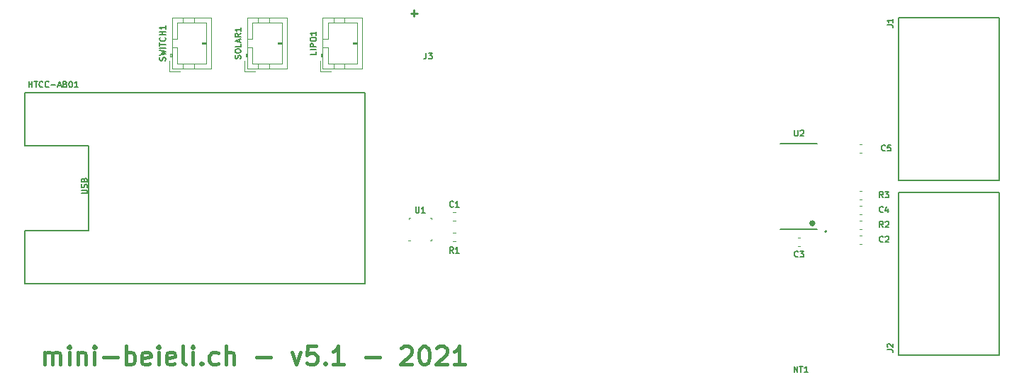
<source format=gto>
G04 #@! TF.GenerationSoftware,KiCad,Pcbnew,5.1.8-5.fc33*
G04 #@! TF.CreationDate,2020-12-26T13:45:39+01:00*
G04 #@! TF.ProjectId,mini-beieli-pcb-cubecell,6d696e69-2d62-4656-9965-6c692d706362,rev?*
G04 #@! TF.SameCoordinates,Original*
G04 #@! TF.FileFunction,Legend,Top*
G04 #@! TF.FilePolarity,Positive*
%FSLAX46Y46*%
G04 Gerber Fmt 4.6, Leading zero omitted, Abs format (unit mm)*
G04 Created by KiCad (PCBNEW 5.1.8-5.fc33) date 2020-12-26 13:45:39*
%MOMM*%
%LPD*%
G01*
G04 APERTURE LIST*
%ADD10C,0.250000*%
%ADD11C,0.400000*%
%ADD12C,0.120000*%
%ADD13C,0.127000*%
%ADD14C,0.100000*%
%ADD15C,0.200000*%
%ADD16C,0.300000*%
%ADD17C,0.150000*%
%ADD18C,0.152400*%
G04 APERTURE END LIST*
D10*
X86719047Y-36426428D02*
X87480952Y-36426428D01*
X87100000Y-36807380D02*
X87100000Y-36045476D01*
D11*
X42961904Y-78465238D02*
X42961904Y-76998571D01*
X42961904Y-77208095D02*
X43066666Y-77103333D01*
X43276190Y-76998571D01*
X43590476Y-76998571D01*
X43800000Y-77103333D01*
X43904761Y-77312857D01*
X43904761Y-78465238D01*
X43904761Y-77312857D02*
X44009523Y-77103333D01*
X44219047Y-76998571D01*
X44533333Y-76998571D01*
X44742857Y-77103333D01*
X44847619Y-77312857D01*
X44847619Y-78465238D01*
X45895238Y-78465238D02*
X45895238Y-76998571D01*
X45895238Y-76265238D02*
X45790476Y-76370000D01*
X45895238Y-76474761D01*
X46000000Y-76370000D01*
X45895238Y-76265238D01*
X45895238Y-76474761D01*
X46942857Y-76998571D02*
X46942857Y-78465238D01*
X46942857Y-77208095D02*
X47047619Y-77103333D01*
X47257142Y-76998571D01*
X47571428Y-76998571D01*
X47780952Y-77103333D01*
X47885714Y-77312857D01*
X47885714Y-78465238D01*
X48933333Y-78465238D02*
X48933333Y-76998571D01*
X48933333Y-76265238D02*
X48828571Y-76370000D01*
X48933333Y-76474761D01*
X49038095Y-76370000D01*
X48933333Y-76265238D01*
X48933333Y-76474761D01*
X49980952Y-77627142D02*
X51657142Y-77627142D01*
X52704761Y-78465238D02*
X52704761Y-76265238D01*
X52704761Y-77103333D02*
X52914285Y-76998571D01*
X53333333Y-76998571D01*
X53542857Y-77103333D01*
X53647619Y-77208095D01*
X53752380Y-77417619D01*
X53752380Y-78046190D01*
X53647619Y-78255714D01*
X53542857Y-78360476D01*
X53333333Y-78465238D01*
X52914285Y-78465238D01*
X52704761Y-78360476D01*
X55533333Y-78360476D02*
X55323809Y-78465238D01*
X54904761Y-78465238D01*
X54695238Y-78360476D01*
X54590476Y-78150952D01*
X54590476Y-77312857D01*
X54695238Y-77103333D01*
X54904761Y-76998571D01*
X55323809Y-76998571D01*
X55533333Y-77103333D01*
X55638095Y-77312857D01*
X55638095Y-77522380D01*
X54590476Y-77731904D01*
X56580952Y-78465238D02*
X56580952Y-76998571D01*
X56580952Y-76265238D02*
X56476190Y-76370000D01*
X56580952Y-76474761D01*
X56685714Y-76370000D01*
X56580952Y-76265238D01*
X56580952Y-76474761D01*
X58466666Y-78360476D02*
X58257142Y-78465238D01*
X57838095Y-78465238D01*
X57628571Y-78360476D01*
X57523809Y-78150952D01*
X57523809Y-77312857D01*
X57628571Y-77103333D01*
X57838095Y-76998571D01*
X58257142Y-76998571D01*
X58466666Y-77103333D01*
X58571428Y-77312857D01*
X58571428Y-77522380D01*
X57523809Y-77731904D01*
X59828571Y-78465238D02*
X59619047Y-78360476D01*
X59514285Y-78150952D01*
X59514285Y-76265238D01*
X60666666Y-78465238D02*
X60666666Y-76998571D01*
X60666666Y-76265238D02*
X60561904Y-76370000D01*
X60666666Y-76474761D01*
X60771428Y-76370000D01*
X60666666Y-76265238D01*
X60666666Y-76474761D01*
X61714285Y-78255714D02*
X61819047Y-78360476D01*
X61714285Y-78465238D01*
X61609523Y-78360476D01*
X61714285Y-78255714D01*
X61714285Y-78465238D01*
X63704761Y-78360476D02*
X63495238Y-78465238D01*
X63076190Y-78465238D01*
X62866666Y-78360476D01*
X62761904Y-78255714D01*
X62657142Y-78046190D01*
X62657142Y-77417619D01*
X62761904Y-77208095D01*
X62866666Y-77103333D01*
X63076190Y-76998571D01*
X63495238Y-76998571D01*
X63704761Y-77103333D01*
X64647619Y-78465238D02*
X64647619Y-76265238D01*
X65590476Y-78465238D02*
X65590476Y-77312857D01*
X65485714Y-77103333D01*
X65276190Y-76998571D01*
X64961904Y-76998571D01*
X64752380Y-77103333D01*
X64647619Y-77208095D01*
X68314285Y-77627142D02*
X69990476Y-77627142D01*
X72504761Y-76998571D02*
X73028571Y-78465238D01*
X73552380Y-76998571D01*
X75438095Y-76265238D02*
X74390476Y-76265238D01*
X74285714Y-77312857D01*
X74390476Y-77208095D01*
X74600000Y-77103333D01*
X75123809Y-77103333D01*
X75333333Y-77208095D01*
X75438095Y-77312857D01*
X75542857Y-77522380D01*
X75542857Y-78046190D01*
X75438095Y-78255714D01*
X75333333Y-78360476D01*
X75123809Y-78465238D01*
X74600000Y-78465238D01*
X74390476Y-78360476D01*
X74285714Y-78255714D01*
X76485714Y-78255714D02*
X76590476Y-78360476D01*
X76485714Y-78465238D01*
X76380952Y-78360476D01*
X76485714Y-78255714D01*
X76485714Y-78465238D01*
X78685714Y-78465238D02*
X77428571Y-78465238D01*
X78057142Y-78465238D02*
X78057142Y-76265238D01*
X77847619Y-76579523D01*
X77638095Y-76789047D01*
X77428571Y-76893809D01*
X81304761Y-77627142D02*
X82980952Y-77627142D01*
X85600000Y-76474761D02*
X85704761Y-76370000D01*
X85914285Y-76265238D01*
X86438095Y-76265238D01*
X86647619Y-76370000D01*
X86752380Y-76474761D01*
X86857142Y-76684285D01*
X86857142Y-76893809D01*
X86752380Y-77208095D01*
X85495238Y-78465238D01*
X86857142Y-78465238D01*
X88219047Y-76265238D02*
X88428571Y-76265238D01*
X88638095Y-76370000D01*
X88742857Y-76474761D01*
X88847619Y-76684285D01*
X88952380Y-77103333D01*
X88952380Y-77627142D01*
X88847619Y-78046190D01*
X88742857Y-78255714D01*
X88638095Y-78360476D01*
X88428571Y-78465238D01*
X88219047Y-78465238D01*
X88009523Y-78360476D01*
X87904761Y-78255714D01*
X87800000Y-78046190D01*
X87695238Y-77627142D01*
X87695238Y-77103333D01*
X87800000Y-76684285D01*
X87904761Y-76474761D01*
X88009523Y-76370000D01*
X88219047Y-76265238D01*
X89790476Y-76474761D02*
X89895238Y-76370000D01*
X90104761Y-76265238D01*
X90628571Y-76265238D01*
X90838095Y-76370000D01*
X90942857Y-76474761D01*
X91047619Y-76684285D01*
X91047619Y-76893809D01*
X90942857Y-77208095D01*
X89685714Y-78465238D01*
X91047619Y-78465238D01*
X93142857Y-78465238D02*
X91885714Y-78465238D01*
X92514285Y-78465238D02*
X92514285Y-76265238D01*
X92304761Y-76579523D01*
X92095238Y-76789047D01*
X91885714Y-76893809D01*
D12*
X58190000Y-43060000D02*
X62910000Y-43060000D01*
X62910000Y-43060000D02*
X62910000Y-36940000D01*
X62910000Y-36940000D02*
X58190000Y-36940000D01*
X58190000Y-36940000D02*
X58190000Y-43060000D01*
X58190000Y-41300000D02*
X57990000Y-41300000D01*
X57990000Y-41300000D02*
X57990000Y-41600000D01*
X57990000Y-41600000D02*
X58190000Y-41600000D01*
X58090000Y-41300000D02*
X58090000Y-41600000D01*
X58190000Y-40500000D02*
X58800000Y-40500000D01*
X58800000Y-40500000D02*
X58800000Y-42450000D01*
X58800000Y-42450000D02*
X62300000Y-42450000D01*
X62300000Y-42450000D02*
X62300000Y-37550000D01*
X62300000Y-37550000D02*
X58800000Y-37550000D01*
X58800000Y-37550000D02*
X58800000Y-39500000D01*
X58800000Y-39500000D02*
X58190000Y-39500000D01*
X59500000Y-43060000D02*
X59500000Y-42450000D01*
X60800000Y-43060000D02*
X60800000Y-42450000D01*
X59500000Y-36940000D02*
X59500000Y-37550000D01*
X60800000Y-36940000D02*
X60800000Y-37550000D01*
X62300000Y-40100000D02*
X61800000Y-40100000D01*
X61800000Y-40100000D02*
X61800000Y-39900000D01*
X61800000Y-39900000D02*
X62300000Y-39900000D01*
X62300000Y-40000000D02*
X61800000Y-40000000D01*
X57890000Y-42110000D02*
X57890000Y-43360000D01*
X57890000Y-43360000D02*
X59140000Y-43360000D01*
X76190000Y-43060000D02*
X80910000Y-43060000D01*
X80910000Y-43060000D02*
X80910000Y-36940000D01*
X80910000Y-36940000D02*
X76190000Y-36940000D01*
X76190000Y-36940000D02*
X76190000Y-43060000D01*
X76190000Y-41300000D02*
X75990000Y-41300000D01*
X75990000Y-41300000D02*
X75990000Y-41600000D01*
X75990000Y-41600000D02*
X76190000Y-41600000D01*
X76090000Y-41300000D02*
X76090000Y-41600000D01*
X76190000Y-40500000D02*
X76800000Y-40500000D01*
X76800000Y-40500000D02*
X76800000Y-42450000D01*
X76800000Y-42450000D02*
X80300000Y-42450000D01*
X80300000Y-42450000D02*
X80300000Y-37550000D01*
X80300000Y-37550000D02*
X76800000Y-37550000D01*
X76800000Y-37550000D02*
X76800000Y-39500000D01*
X76800000Y-39500000D02*
X76190000Y-39500000D01*
X77500000Y-43060000D02*
X77500000Y-42450000D01*
X78800000Y-43060000D02*
X78800000Y-42450000D01*
X77500000Y-36940000D02*
X77500000Y-37550000D01*
X78800000Y-36940000D02*
X78800000Y-37550000D01*
X80300000Y-40100000D02*
X79800000Y-40100000D01*
X79800000Y-40100000D02*
X79800000Y-39900000D01*
X79800000Y-39900000D02*
X80300000Y-39900000D01*
X80300000Y-40000000D02*
X79800000Y-40000000D01*
X75890000Y-42110000D02*
X75890000Y-43360000D01*
X75890000Y-43360000D02*
X77140000Y-43360000D01*
D13*
X40618000Y-45925000D02*
X40618000Y-52275000D01*
X48238000Y-62435000D02*
X40618000Y-62435000D01*
X40618000Y-68785000D02*
X81258000Y-68785000D01*
X48238000Y-52275000D02*
X48238000Y-62435000D01*
X40618000Y-52275000D02*
X48238000Y-52275000D01*
X40618000Y-62435000D02*
X40618000Y-68785000D01*
X81258000Y-45925000D02*
X40618000Y-45925000D01*
X81258000Y-68785000D02*
X81258000Y-45925000D01*
X157045000Y-57865000D02*
X157045000Y-77365000D01*
X157045000Y-77365000D02*
X144995000Y-77365000D01*
X144995000Y-77365000D02*
X144995000Y-57865000D01*
X144995000Y-57865000D02*
X157045000Y-57865000D01*
D14*
X86652000Y-63596000D02*
X86402000Y-63596000D01*
X86502000Y-60896000D02*
X86652000Y-60896000D01*
X86502000Y-61046000D02*
X86502000Y-60896000D01*
X89202000Y-60896000D02*
X89202000Y-61046000D01*
X89202000Y-60896000D02*
X89052000Y-60896000D01*
X89202000Y-63596000D02*
X89052000Y-63596000D01*
X89212000Y-63596000D02*
X89212000Y-63446000D01*
D12*
X91753221Y-63742000D02*
X92078779Y-63742000D01*
X91753221Y-62722000D02*
X92078779Y-62722000D01*
X91753221Y-61232000D02*
X92078779Y-61232000D01*
X91753221Y-60212000D02*
X92078779Y-60212000D01*
D15*
X135296000Y-62300000D02*
X130896000Y-62300000D01*
X130896000Y-52000000D02*
X135296000Y-52000000D01*
X136396000Y-62550000D02*
G75*
G03*
X136396000Y-62550000I-100000J0D01*
G01*
D16*
X134896000Y-61550000D02*
G75*
G03*
X134896000Y-61550000I-200000J0D01*
G01*
D12*
X66890000Y-43360000D02*
X68140000Y-43360000D01*
X66890000Y-42110000D02*
X66890000Y-43360000D01*
X71300000Y-40000000D02*
X70800000Y-40000000D01*
X70800000Y-39900000D02*
X71300000Y-39900000D01*
X70800000Y-40100000D02*
X70800000Y-39900000D01*
X71300000Y-40100000D02*
X70800000Y-40100000D01*
X69800000Y-36940000D02*
X69800000Y-37550000D01*
X68500000Y-36940000D02*
X68500000Y-37550000D01*
X69800000Y-43060000D02*
X69800000Y-42450000D01*
X68500000Y-43060000D02*
X68500000Y-42450000D01*
X67800000Y-39500000D02*
X67190000Y-39500000D01*
X67800000Y-37550000D02*
X67800000Y-39500000D01*
X71300000Y-37550000D02*
X67800000Y-37550000D01*
X71300000Y-42450000D02*
X71300000Y-37550000D01*
X67800000Y-42450000D02*
X71300000Y-42450000D01*
X67800000Y-40500000D02*
X67800000Y-42450000D01*
X67190000Y-40500000D02*
X67800000Y-40500000D01*
X67090000Y-41300000D02*
X67090000Y-41600000D01*
X66990000Y-41600000D02*
X67190000Y-41600000D01*
X66990000Y-41300000D02*
X66990000Y-41600000D01*
X67190000Y-41300000D02*
X66990000Y-41300000D01*
X67190000Y-36940000D02*
X67190000Y-43060000D01*
X71910000Y-36940000D02*
X67190000Y-36940000D01*
X71910000Y-43060000D02*
X71910000Y-36940000D01*
X67190000Y-43060000D02*
X71910000Y-43060000D01*
X140299221Y-58676000D02*
X140624779Y-58676000D01*
X140299221Y-57656000D02*
X140624779Y-57656000D01*
X140299221Y-62232000D02*
X140624779Y-62232000D01*
X140299221Y-61212000D02*
X140624779Y-61212000D01*
D13*
X157045000Y-36910000D02*
X157045000Y-56410000D01*
X157045000Y-56410000D02*
X144995000Y-56410000D01*
X144995000Y-56410000D02*
X144995000Y-36910000D01*
X144995000Y-36910000D02*
X157045000Y-36910000D01*
D12*
X140299221Y-53088000D02*
X140624779Y-53088000D01*
X140299221Y-52068000D02*
X140624779Y-52068000D01*
X140299221Y-60454000D02*
X140624779Y-60454000D01*
X140299221Y-59434000D02*
X140624779Y-59434000D01*
X132933221Y-64264000D02*
X133258779Y-64264000D01*
X132933221Y-63244000D02*
X133258779Y-63244000D01*
X140299221Y-64010000D02*
X140624779Y-64010000D01*
X140299221Y-62990000D02*
X140624779Y-62990000D01*
D17*
X57383333Y-42083333D02*
X57416666Y-41983333D01*
X57416666Y-41816666D01*
X57383333Y-41750000D01*
X57350000Y-41716666D01*
X57283333Y-41683333D01*
X57216666Y-41683333D01*
X57150000Y-41716666D01*
X57116666Y-41750000D01*
X57083333Y-41816666D01*
X57050000Y-41950000D01*
X57016666Y-42016666D01*
X56983333Y-42050000D01*
X56916666Y-42083333D01*
X56850000Y-42083333D01*
X56783333Y-42050000D01*
X56750000Y-42016666D01*
X56716666Y-41950000D01*
X56716666Y-41783333D01*
X56750000Y-41683333D01*
X56716666Y-41450000D02*
X57416666Y-41283333D01*
X56916666Y-41150000D01*
X57416666Y-41016666D01*
X56716666Y-40850000D01*
X57416666Y-40583333D02*
X56716666Y-40583333D01*
X56716666Y-40350000D02*
X56716666Y-39950000D01*
X57416666Y-40150000D02*
X56716666Y-40150000D01*
X57350000Y-39316666D02*
X57383333Y-39350000D01*
X57416666Y-39450000D01*
X57416666Y-39516666D01*
X57383333Y-39616666D01*
X57316666Y-39683333D01*
X57250000Y-39716666D01*
X57116666Y-39750000D01*
X57016666Y-39750000D01*
X56883333Y-39716666D01*
X56816666Y-39683333D01*
X56750000Y-39616666D01*
X56716666Y-39516666D01*
X56716666Y-39450000D01*
X56750000Y-39350000D01*
X56783333Y-39316666D01*
X57416666Y-39016666D02*
X56716666Y-39016666D01*
X57050000Y-39016666D02*
X57050000Y-38616666D01*
X57416666Y-38616666D02*
X56716666Y-38616666D01*
X57416666Y-37916666D02*
X57416666Y-38316666D01*
X57416666Y-38116666D02*
X56716666Y-38116666D01*
X56816666Y-38183333D01*
X56883333Y-38250000D01*
X56916666Y-38316666D01*
X75416666Y-41000000D02*
X75416666Y-41333333D01*
X74716666Y-41333333D01*
X75416666Y-40766666D02*
X74716666Y-40766666D01*
X75416666Y-40433333D02*
X74716666Y-40433333D01*
X74716666Y-40166666D01*
X74750000Y-40100000D01*
X74783333Y-40066666D01*
X74850000Y-40033333D01*
X74950000Y-40033333D01*
X75016666Y-40066666D01*
X75050000Y-40100000D01*
X75083333Y-40166666D01*
X75083333Y-40433333D01*
X74716666Y-39600000D02*
X74716666Y-39466666D01*
X74750000Y-39400000D01*
X74816666Y-39333333D01*
X74950000Y-39300000D01*
X75183333Y-39300000D01*
X75316666Y-39333333D01*
X75383333Y-39400000D01*
X75416666Y-39466666D01*
X75416666Y-39600000D01*
X75383333Y-39666666D01*
X75316666Y-39733333D01*
X75183333Y-39766666D01*
X74950000Y-39766666D01*
X74816666Y-39733333D01*
X74750000Y-39666666D01*
X74716666Y-39600000D01*
X75416666Y-38633333D02*
X75416666Y-39033333D01*
X75416666Y-38833333D02*
X74716666Y-38833333D01*
X74816666Y-38900000D01*
X74883333Y-38966666D01*
X74916666Y-39033333D01*
X88566666Y-41171666D02*
X88566666Y-41671666D01*
X88533333Y-41771666D01*
X88466666Y-41838333D01*
X88366666Y-41871666D01*
X88300000Y-41871666D01*
X88833333Y-41171666D02*
X89266666Y-41171666D01*
X89033333Y-41438333D01*
X89133333Y-41438333D01*
X89200000Y-41471666D01*
X89233333Y-41505000D01*
X89266666Y-41571666D01*
X89266666Y-41738333D01*
X89233333Y-41805000D01*
X89200000Y-41838333D01*
X89133333Y-41871666D01*
X88933333Y-41871666D01*
X88866666Y-41838333D01*
X88833333Y-41805000D01*
D13*
X41083333Y-45271666D02*
X41083333Y-44571666D01*
X41083333Y-44905000D02*
X41483333Y-44905000D01*
X41483333Y-45271666D02*
X41483333Y-44571666D01*
X41716666Y-44571666D02*
X42116666Y-44571666D01*
X41916666Y-45271666D02*
X41916666Y-44571666D01*
X42750000Y-45205000D02*
X42716666Y-45238333D01*
X42616666Y-45271666D01*
X42550000Y-45271666D01*
X42450000Y-45238333D01*
X42383333Y-45171666D01*
X42350000Y-45105000D01*
X42316666Y-44971666D01*
X42316666Y-44871666D01*
X42350000Y-44738333D01*
X42383333Y-44671666D01*
X42450000Y-44605000D01*
X42550000Y-44571666D01*
X42616666Y-44571666D01*
X42716666Y-44605000D01*
X42750000Y-44638333D01*
X43450000Y-45205000D02*
X43416666Y-45238333D01*
X43316666Y-45271666D01*
X43250000Y-45271666D01*
X43150000Y-45238333D01*
X43083333Y-45171666D01*
X43050000Y-45105000D01*
X43016666Y-44971666D01*
X43016666Y-44871666D01*
X43050000Y-44738333D01*
X43083333Y-44671666D01*
X43150000Y-44605000D01*
X43250000Y-44571666D01*
X43316666Y-44571666D01*
X43416666Y-44605000D01*
X43450000Y-44638333D01*
X43750000Y-45005000D02*
X44283333Y-45005000D01*
X44583333Y-45071666D02*
X44916666Y-45071666D01*
X44516666Y-45271666D02*
X44750000Y-44571666D01*
X44983333Y-45271666D01*
X45450000Y-44905000D02*
X45550000Y-44938333D01*
X45583333Y-44971666D01*
X45616666Y-45038333D01*
X45616666Y-45138333D01*
X45583333Y-45205000D01*
X45550000Y-45238333D01*
X45483333Y-45271666D01*
X45216666Y-45271666D01*
X45216666Y-44571666D01*
X45450000Y-44571666D01*
X45516666Y-44605000D01*
X45550000Y-44638333D01*
X45583333Y-44705000D01*
X45583333Y-44771666D01*
X45550000Y-44838333D01*
X45516666Y-44871666D01*
X45450000Y-44905000D01*
X45216666Y-44905000D01*
X46050000Y-44571666D02*
X46116666Y-44571666D01*
X46183333Y-44605000D01*
X46216666Y-44638333D01*
X46250000Y-44705000D01*
X46283333Y-44838333D01*
X46283333Y-45005000D01*
X46250000Y-45138333D01*
X46216666Y-45205000D01*
X46183333Y-45238333D01*
X46116666Y-45271666D01*
X46050000Y-45271666D01*
X45983333Y-45238333D01*
X45950000Y-45205000D01*
X45916666Y-45138333D01*
X45883333Y-45005000D01*
X45883333Y-44838333D01*
X45916666Y-44705000D01*
X45950000Y-44638333D01*
X45983333Y-44605000D01*
X46050000Y-44571666D01*
X46950000Y-45271666D02*
X46550000Y-45271666D01*
X46750000Y-45271666D02*
X46750000Y-44571666D01*
X46683333Y-44671666D01*
X46616666Y-44738333D01*
X46550000Y-44771666D01*
D18*
X47346666Y-57984333D02*
X47913333Y-57984333D01*
X47980000Y-57951000D01*
X48013333Y-57917666D01*
X48046666Y-57851000D01*
X48046666Y-57717666D01*
X48013333Y-57651000D01*
X47980000Y-57617666D01*
X47913333Y-57584333D01*
X47346666Y-57584333D01*
X48013333Y-57284333D02*
X48046666Y-57184333D01*
X48046666Y-57017666D01*
X48013333Y-56951000D01*
X47980000Y-56917666D01*
X47913333Y-56884333D01*
X47846666Y-56884333D01*
X47780000Y-56917666D01*
X47746666Y-56951000D01*
X47713333Y-57017666D01*
X47680000Y-57151000D01*
X47646666Y-57217666D01*
X47613333Y-57251000D01*
X47546666Y-57284333D01*
X47480000Y-57284333D01*
X47413333Y-57251000D01*
X47380000Y-57217666D01*
X47346666Y-57151000D01*
X47346666Y-56984333D01*
X47380000Y-56884333D01*
X47680000Y-56351000D02*
X47713333Y-56251000D01*
X47746666Y-56217666D01*
X47813333Y-56184333D01*
X47913333Y-56184333D01*
X47980000Y-56217666D01*
X48013333Y-56251000D01*
X48046666Y-56317666D01*
X48046666Y-56584333D01*
X47346666Y-56584333D01*
X47346666Y-56351000D01*
X47380000Y-56284333D01*
X47413333Y-56251000D01*
X47480000Y-56217666D01*
X47546666Y-56217666D01*
X47613333Y-56251000D01*
X47646666Y-56284333D01*
X47680000Y-56351000D01*
X47680000Y-56584333D01*
D17*
X143634666Y-76687333D02*
X144134666Y-76687333D01*
X144234666Y-76720666D01*
X144301333Y-76787333D01*
X144334666Y-76887333D01*
X144334666Y-76954000D01*
X143701333Y-76387333D02*
X143668000Y-76354000D01*
X143634666Y-76287333D01*
X143634666Y-76120666D01*
X143668000Y-76054000D01*
X143701333Y-76020666D01*
X143768000Y-75987333D01*
X143834666Y-75987333D01*
X143934666Y-76020666D01*
X144334666Y-76420666D01*
X144334666Y-75987333D01*
X87318666Y-59576666D02*
X87318666Y-60143333D01*
X87352000Y-60210000D01*
X87385333Y-60243333D01*
X87452000Y-60276666D01*
X87585333Y-60276666D01*
X87652000Y-60243333D01*
X87685333Y-60210000D01*
X87718666Y-60143333D01*
X87718666Y-59576666D01*
X88418666Y-60276666D02*
X88018666Y-60276666D01*
X88218666Y-60276666D02*
X88218666Y-59576666D01*
X88152000Y-59676666D01*
X88085333Y-59743333D01*
X88018666Y-59776666D01*
X91799333Y-65102666D02*
X91566000Y-64769333D01*
X91399333Y-65102666D02*
X91399333Y-64402666D01*
X91666000Y-64402666D01*
X91732666Y-64436000D01*
X91766000Y-64469333D01*
X91799333Y-64536000D01*
X91799333Y-64636000D01*
X91766000Y-64702666D01*
X91732666Y-64736000D01*
X91666000Y-64769333D01*
X91399333Y-64769333D01*
X92466000Y-65102666D02*
X92066000Y-65102666D01*
X92266000Y-65102666D02*
X92266000Y-64402666D01*
X92199333Y-64502666D01*
X92132666Y-64569333D01*
X92066000Y-64602666D01*
X91799333Y-59542000D02*
X91766000Y-59575333D01*
X91666000Y-59608666D01*
X91599333Y-59608666D01*
X91499333Y-59575333D01*
X91432666Y-59508666D01*
X91399333Y-59442000D01*
X91366000Y-59308666D01*
X91366000Y-59208666D01*
X91399333Y-59075333D01*
X91432666Y-59008666D01*
X91499333Y-58942000D01*
X91599333Y-58908666D01*
X91666000Y-58908666D01*
X91766000Y-58942000D01*
X91799333Y-58975333D01*
X92466000Y-59608666D02*
X92066000Y-59608666D01*
X92266000Y-59608666D02*
X92266000Y-58908666D01*
X92199333Y-59008666D01*
X92132666Y-59075333D01*
X92066000Y-59108666D01*
X132562666Y-50416666D02*
X132562666Y-50983333D01*
X132596000Y-51050000D01*
X132629333Y-51083333D01*
X132696000Y-51116666D01*
X132829333Y-51116666D01*
X132896000Y-51083333D01*
X132929333Y-51050000D01*
X132962666Y-50983333D01*
X132962666Y-50416666D01*
X133262666Y-50483333D02*
X133296000Y-50450000D01*
X133362666Y-50416666D01*
X133529333Y-50416666D01*
X133596000Y-50450000D01*
X133629333Y-50483333D01*
X133662666Y-50550000D01*
X133662666Y-50616666D01*
X133629333Y-50716666D01*
X133229333Y-51116666D01*
X133662666Y-51116666D01*
X66383333Y-41833333D02*
X66416666Y-41733333D01*
X66416666Y-41566666D01*
X66383333Y-41500000D01*
X66350000Y-41466666D01*
X66283333Y-41433333D01*
X66216666Y-41433333D01*
X66150000Y-41466666D01*
X66116666Y-41500000D01*
X66083333Y-41566666D01*
X66050000Y-41700000D01*
X66016666Y-41766666D01*
X65983333Y-41800000D01*
X65916666Y-41833333D01*
X65850000Y-41833333D01*
X65783333Y-41800000D01*
X65750000Y-41766666D01*
X65716666Y-41700000D01*
X65716666Y-41533333D01*
X65750000Y-41433333D01*
X65716666Y-41000000D02*
X65716666Y-40866666D01*
X65750000Y-40800000D01*
X65816666Y-40733333D01*
X65950000Y-40700000D01*
X66183333Y-40700000D01*
X66316666Y-40733333D01*
X66383333Y-40800000D01*
X66416666Y-40866666D01*
X66416666Y-41000000D01*
X66383333Y-41066666D01*
X66316666Y-41133333D01*
X66183333Y-41166666D01*
X65950000Y-41166666D01*
X65816666Y-41133333D01*
X65750000Y-41066666D01*
X65716666Y-41000000D01*
X66416666Y-40066666D02*
X66416666Y-40400000D01*
X65716666Y-40400000D01*
X66216666Y-39866666D02*
X66216666Y-39533333D01*
X66416666Y-39933333D02*
X65716666Y-39700000D01*
X66416666Y-39466666D01*
X66416666Y-38833333D02*
X66083333Y-39066666D01*
X66416666Y-39233333D02*
X65716666Y-39233333D01*
X65716666Y-38966666D01*
X65750000Y-38900000D01*
X65783333Y-38866666D01*
X65850000Y-38833333D01*
X65950000Y-38833333D01*
X66016666Y-38866666D01*
X66050000Y-38900000D01*
X66083333Y-38966666D01*
X66083333Y-39233333D01*
X66416666Y-38166666D02*
X66416666Y-38566666D01*
X66416666Y-38366666D02*
X65716666Y-38366666D01*
X65816666Y-38433333D01*
X65883333Y-38500000D01*
X65916666Y-38566666D01*
X143139333Y-58482666D02*
X142906000Y-58149333D01*
X142739333Y-58482666D02*
X142739333Y-57782666D01*
X143006000Y-57782666D01*
X143072666Y-57816000D01*
X143106000Y-57849333D01*
X143139333Y-57916000D01*
X143139333Y-58016000D01*
X143106000Y-58082666D01*
X143072666Y-58116000D01*
X143006000Y-58149333D01*
X142739333Y-58149333D01*
X143372666Y-57782666D02*
X143806000Y-57782666D01*
X143572666Y-58049333D01*
X143672666Y-58049333D01*
X143739333Y-58082666D01*
X143772666Y-58116000D01*
X143806000Y-58182666D01*
X143806000Y-58349333D01*
X143772666Y-58416000D01*
X143739333Y-58449333D01*
X143672666Y-58482666D01*
X143472666Y-58482666D01*
X143406000Y-58449333D01*
X143372666Y-58416000D01*
X143139333Y-62038666D02*
X142906000Y-61705333D01*
X142739333Y-62038666D02*
X142739333Y-61338666D01*
X143006000Y-61338666D01*
X143072666Y-61372000D01*
X143106000Y-61405333D01*
X143139333Y-61472000D01*
X143139333Y-61572000D01*
X143106000Y-61638666D01*
X143072666Y-61672000D01*
X143006000Y-61705333D01*
X142739333Y-61705333D01*
X143406000Y-61405333D02*
X143439333Y-61372000D01*
X143506000Y-61338666D01*
X143672666Y-61338666D01*
X143739333Y-61372000D01*
X143772666Y-61405333D01*
X143806000Y-61472000D01*
X143806000Y-61538666D01*
X143772666Y-61638666D01*
X143372666Y-62038666D01*
X143806000Y-62038666D01*
X132520000Y-79386666D02*
X132520000Y-78686666D01*
X132920000Y-79386666D01*
X132920000Y-78686666D01*
X133153333Y-78686666D02*
X133553333Y-78686666D01*
X133353333Y-79386666D02*
X133353333Y-78686666D01*
X134153333Y-79386666D02*
X133753333Y-79386666D01*
X133953333Y-79386666D02*
X133953333Y-78686666D01*
X133886666Y-78786666D01*
X133820000Y-78853333D01*
X133753333Y-78886666D01*
X143634666Y-37825333D02*
X144134666Y-37825333D01*
X144234666Y-37858666D01*
X144301333Y-37925333D01*
X144334666Y-38025333D01*
X144334666Y-38092000D01*
X144334666Y-37125333D02*
X144334666Y-37525333D01*
X144334666Y-37325333D02*
X143634666Y-37325333D01*
X143734666Y-37392000D01*
X143801333Y-37458666D01*
X143834666Y-37525333D01*
X143393333Y-52828000D02*
X143360000Y-52861333D01*
X143260000Y-52894666D01*
X143193333Y-52894666D01*
X143093333Y-52861333D01*
X143026666Y-52794666D01*
X142993333Y-52728000D01*
X142960000Y-52594666D01*
X142960000Y-52494666D01*
X142993333Y-52361333D01*
X143026666Y-52294666D01*
X143093333Y-52228000D01*
X143193333Y-52194666D01*
X143260000Y-52194666D01*
X143360000Y-52228000D01*
X143393333Y-52261333D01*
X144026666Y-52194666D02*
X143693333Y-52194666D01*
X143660000Y-52528000D01*
X143693333Y-52494666D01*
X143760000Y-52461333D01*
X143926666Y-52461333D01*
X143993333Y-52494666D01*
X144026666Y-52528000D01*
X144060000Y-52594666D01*
X144060000Y-52761333D01*
X144026666Y-52828000D01*
X143993333Y-52861333D01*
X143926666Y-52894666D01*
X143760000Y-52894666D01*
X143693333Y-52861333D01*
X143660000Y-52828000D01*
X143139333Y-60194000D02*
X143106000Y-60227333D01*
X143006000Y-60260666D01*
X142939333Y-60260666D01*
X142839333Y-60227333D01*
X142772666Y-60160666D01*
X142739333Y-60094000D01*
X142706000Y-59960666D01*
X142706000Y-59860666D01*
X142739333Y-59727333D01*
X142772666Y-59660666D01*
X142839333Y-59594000D01*
X142939333Y-59560666D01*
X143006000Y-59560666D01*
X143106000Y-59594000D01*
X143139333Y-59627333D01*
X143739333Y-59794000D02*
X143739333Y-60260666D01*
X143572666Y-59527333D02*
X143406000Y-60027333D01*
X143839333Y-60027333D01*
X132979333Y-65528000D02*
X132946000Y-65561333D01*
X132846000Y-65594666D01*
X132779333Y-65594666D01*
X132679333Y-65561333D01*
X132612666Y-65494666D01*
X132579333Y-65428000D01*
X132546000Y-65294666D01*
X132546000Y-65194666D01*
X132579333Y-65061333D01*
X132612666Y-64994666D01*
X132679333Y-64928000D01*
X132779333Y-64894666D01*
X132846000Y-64894666D01*
X132946000Y-64928000D01*
X132979333Y-64961333D01*
X133212666Y-64894666D02*
X133646000Y-64894666D01*
X133412666Y-65161333D01*
X133512666Y-65161333D01*
X133579333Y-65194666D01*
X133612666Y-65228000D01*
X133646000Y-65294666D01*
X133646000Y-65461333D01*
X133612666Y-65528000D01*
X133579333Y-65561333D01*
X133512666Y-65594666D01*
X133312666Y-65594666D01*
X133246000Y-65561333D01*
X133212666Y-65528000D01*
X143139333Y-63750000D02*
X143106000Y-63783333D01*
X143006000Y-63816666D01*
X142939333Y-63816666D01*
X142839333Y-63783333D01*
X142772666Y-63716666D01*
X142739333Y-63650000D01*
X142706000Y-63516666D01*
X142706000Y-63416666D01*
X142739333Y-63283333D01*
X142772666Y-63216666D01*
X142839333Y-63150000D01*
X142939333Y-63116666D01*
X143006000Y-63116666D01*
X143106000Y-63150000D01*
X143139333Y-63183333D01*
X143406000Y-63183333D02*
X143439333Y-63150000D01*
X143506000Y-63116666D01*
X143672666Y-63116666D01*
X143739333Y-63150000D01*
X143772666Y-63183333D01*
X143806000Y-63250000D01*
X143806000Y-63316666D01*
X143772666Y-63416666D01*
X143372666Y-63816666D01*
X143806000Y-63816666D01*
M02*

</source>
